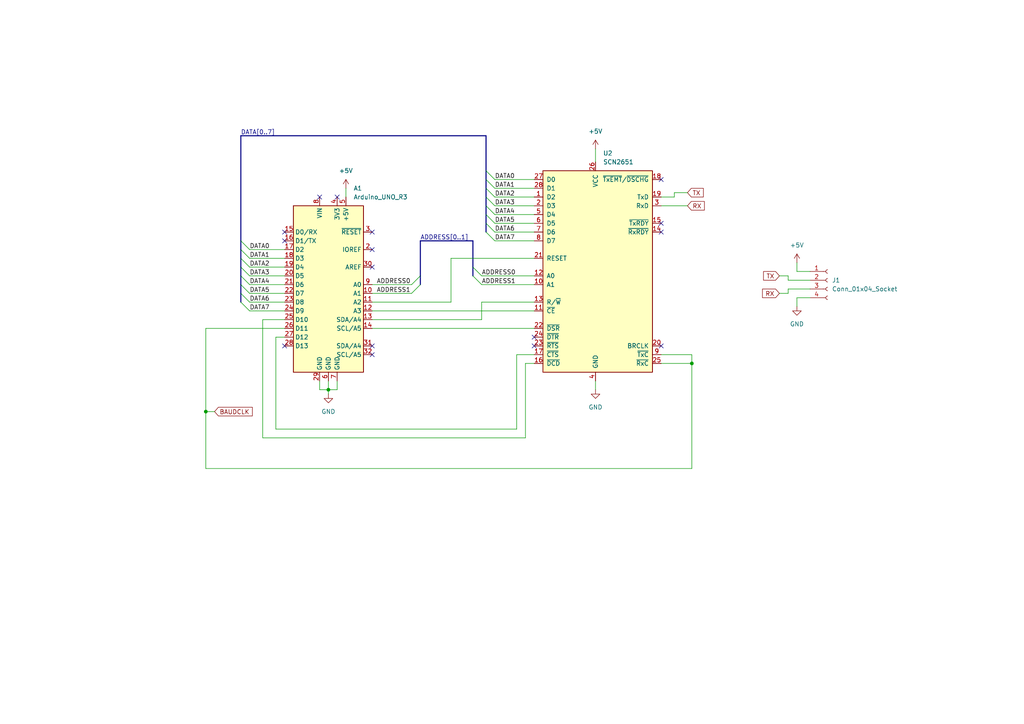
<source format=kicad_sch>
(kicad_sch (version 20230121) (generator eeschema)
  (paper "A4")
  (lib_symbols
    (symbol "Connector:Conn_01x04_Socket" (pin_names (offset 1.016) hide)
      (property "Reference" "J" (at 0 5.08 0))
      (property "Value" "Conn_01x04_Socket" (at 0 -7.62 0))
      (symbol "Conn_01x04_Socket_1_1"
        (arc (start 0 -4.572) (mid -0.5058 -5.08) (end 0 -5.588) (stroke (width 0.1524)))
        (arc (start 0 -2.032) (mid -0.5058 -2.54) (end 0 -3.048) (stroke (width 0.1524)))
        (polyline (pts (xy -1.27 -5.08) (xy -0.508 -5.08)) (stroke (width 0.1524)))
        (polyline (pts (xy -1.27 -2.54) (xy -0.508 -2.54)) (stroke (width 0.1524)))
        (polyline (pts (xy -1.27 0) (xy -0.508 0)) (stroke (width 0.1524)))
        (polyline (pts (xy -1.27 2.54) (xy -0.508 2.54)) (stroke (width 0.1524)))
        (arc (start 0 0.508) (mid -0.5058 0) (end 0 -0.508) (stroke (width 0.1524)))
        (arc (start 0 3.048) (mid -0.5058 2.54) (end 0 2.032) (stroke (width 0.1524)))
        (pin passive line (at -5.08 2.54 0) (length 3.81) (name "Pin_1") (number "1"))
        (pin passive line (at -5.08 0 0) (length 3.81) (name "Pin_2") (number "2"))
        (pin passive line (at -5.08 -2.54 0) (length 3.81) (name "Pin_3") (number "3"))
        (pin passive line (at -5.08 -5.08 0) (length 3.81) (name "Pin_4") (number "4"))
      )
    )
    (symbol "MCU_Module:Arduino_UNO_R3"
      (property "Reference" "A" (at -10.16 23.495 0))
      (property "Value" "Arduino_UNO_R3" (at 5.08 -26.67 0))
      (symbol "Arduino_UNO_R3_0_1"
        (rectangle (start -10.16 22.86) (end 10.16 -25.4) (stroke (width 0.254)) (fill (type background)))
      )
      (symbol "Arduino_UNO_R3_1_1"
        (pin no_connect line (at -10.16 -20.32 0) (length 2.54) hide (name "NC") (number "1"))
        (pin bidirectional line (at 12.7 -2.54 180) (length 2.54) (name "A1") (number "10"))
        (pin bidirectional line (at 12.7 -5.08 180) (length 2.54) (name "A2") (number "11"))
        (pin bidirectional line (at 12.7 -7.62 180) (length 2.54) (name "A3") (number "12"))
        (pin bidirectional line (at 12.7 -10.16 180) (length 2.54) (name "SDA/A4") (number "13"))
        (pin bidirectional line (at 12.7 -12.7 180) (length 2.54) (name "SCL/A5") (number "14"))
        (pin bidirectional line (at -12.7 15.24 0) (length 2.54) (name "D0/RX") (number "15"))
        (pin bidirectional line (at -12.7 12.7 0) (length 2.54) (name "D1/TX") (number "16"))
        (pin bidirectional line (at -12.7 10.16 0) (length 2.54) (name "D2") (number "17"))
        (pin bidirectional line (at -12.7 7.62 0) (length 2.54) (name "D3") (number "18"))
        (pin bidirectional line (at -12.7 5.08 0) (length 2.54) (name "D4") (number "19"))
        (pin output line (at 12.7 10.16 180) (length 2.54) (name "IOREF") (number "2"))
        (pin bidirectional line (at -12.7 2.54 0) (length 2.54) (name "D5") (number "20"))
        (pin bidirectional line (at -12.7 0 0) (length 2.54) (name "D6") (number "21"))
        (pin bidirectional line (at -12.7 -2.54 0) (length 2.54) (name "D7") (number "22"))
        (pin bidirectional line (at -12.7 -5.08 0) (length 2.54) (name "D8") (number "23"))
        (pin bidirectional line (at -12.7 -7.62 0) (length 2.54) (name "D9") (number "24"))
        (pin bidirectional line (at -12.7 -10.16 0) (length 2.54) (name "D10") (number "25"))
        (pin bidirectional line (at -12.7 -12.7 0) (length 2.54) (name "D11") (number "26"))
        (pin bidirectional line (at -12.7 -15.24 0) (length 2.54) (name "D12") (number "27"))
        (pin bidirectional line (at -12.7 -17.78 0) (length 2.54) (name "D13") (number "28"))
        (pin power_in line (at -2.54 -27.94 90) (length 2.54) (name "GND") (number "29"))
        (pin input line (at 12.7 15.24 180) (length 2.54) (name "~{RESET}") (number "3"))
        (pin input line (at 12.7 5.08 180) (length 2.54) (name "AREF") (number "30"))
        (pin bidirectional line (at 12.7 -17.78 180) (length 2.54) (name "SDA/A4") (number "31"))
        (pin bidirectional line (at 12.7 -20.32 180) (length 2.54) (name "SCL/A5") (number "32"))
        (pin power_out line (at 2.54 25.4 270) (length 2.54) (name "3V3") (number "4"))
        (pin power_out line (at 5.08 25.4 270) (length 2.54) (name "+5V") (number "5"))
        (pin power_in line (at 0 -27.94 90) (length 2.54) (name "GND") (number "6"))
        (pin power_in line (at 2.54 -27.94 90) (length 2.54) (name "GND") (number "7"))
        (pin power_in line (at -2.54 25.4 270) (length 2.54) (name "VIN") (number "8"))
        (pin bidirectional line (at 12.7 0 180) (length 2.54) (name "A0") (number "9"))
      )
    )
    (symbol "StockLib:SCN2651" (pin_names (offset 1.016))
      (property "Reference" "U" (at -12.446 29.21 0))
      (property "Value" "SCN2651" (at 12.7 29.21 0))
      (symbol "SCN2651_1_1"
        (rectangle (start -15.24 27.94) (end 16.51 -30.48) (stroke (width 0.254)) (fill (type background)))
        (pin bidirectional line (at -17.78 20.32 0) (length 2.54) (name "D2") (number "1"))
        (pin input line (at -17.78 -5.08 0) (length 2.54) (name "A1") (number "10"))
        (pin input line (at -17.78 -12.7 0) (length 2.54) (name "~{CE}") (number "11"))
        (pin input line (at -17.78 -2.54 0) (length 2.54) (name "A0") (number "12"))
        (pin input line (at -17.78 -10.16 0) (length 2.54) (name "R/~{W}") (number "13"))
        (pin output line (at 19.05 10.16 180) (length 2.54) (name "~{RxRDY}") (number "14"))
        (pin output line (at 19.05 12.7 180) (length 2.54) (name "~{TxRDY}") (number "15"))
        (pin input line (at -17.78 -27.94 0) (length 2.54) (name "~{DCD}") (number "16"))
        (pin input line (at -17.78 -25.4 0) (length 2.54) (name "~{CTS}") (number "17"))
        (pin output line (at 19.05 25.4 180) (length 2.54) (name "~{TxEMT}/~{DSCHG}") (number "18"))
        (pin output line (at 19.05 20.32 180) (length 2.54) (name "TxD") (number "19"))
        (pin bidirectional line (at -17.78 17.78 0) (length 2.54) (name "D3") (number "2"))
        (pin input line (at 19.05 -22.86 180) (length 2.54) (name "BRCLK") (number "20"))
        (pin input line (at -17.78 2.54 0) (length 2.54) (name "RESET") (number "21"))
        (pin input line (at -17.78 -17.78 0) (length 2.54) (name "~{DSR}") (number "22"))
        (pin output line (at -17.78 -22.86 0) (length 2.54) (name "~{RTS}") (number "23"))
        (pin output line (at -17.78 -20.32 0) (length 2.54) (name "~{DTR}") (number "24"))
        (pin input line (at 19.05 -27.94 180) (length 2.54) (name "~{RxC}") (number "25"))
        (pin power_in line (at 0 30.48 270) (length 2.54) (name "VCC") (number "26"))
        (pin bidirectional line (at -17.78 25.4 0) (length 2.54) (name "D0") (number "27"))
        (pin bidirectional line (at -17.78 22.86 0) (length 2.54) (name "D1") (number "28"))
        (pin input line (at 19.05 17.78 180) (length 2.54) (name "RxD") (number "3"))
        (pin power_in line (at 0 -33.02 90) (length 2.54) (name "GND") (number "4"))
        (pin bidirectional line (at -17.78 15.24 0) (length 2.54) (name "D4") (number "5"))
        (pin bidirectional line (at -17.78 12.7 0) (length 2.54) (name "D5") (number "6"))
        (pin bidirectional line (at -17.78 10.16 0) (length 2.54) (name "D6") (number "7"))
        (pin bidirectional line (at -17.78 7.62 0) (length 2.54) (name "D7") (number "8"))
        (pin input line (at 19.05 -25.4 180) (length 2.54) (name "~{TxC}") (number "9"))
      )
    )
    (symbol "power:+5V" (power) (pin_names (offset 0))
      (property "Value" "+5V" (at 0 3.556 0))
      (symbol "+5V_0_1"
        (polyline (pts (xy -0.762 1.27) (xy 0 2.54)))
        (polyline (pts (xy 0 0) (xy 0 2.54)))
        (polyline (pts (xy 0 2.54) (xy 0.762 1.27)))
      )
      (symbol "+5V_1_1"
        (pin power_in line (at 0 0 90) (length 0) hide (name "+5V") (number "1"))
      )
    )
    (symbol "power:GND" (power) (pin_names (offset 0))
      (property "Value" "GND" (at 0 -3.81 0))
      (symbol "GND_0_1"
        (polyline (pts (xy 0 0) (xy 0 -1.27) (xy 1.27 -1.27) (xy 0 -2.54) (xy -1.27 -1.27) (xy 0 -1.27)))
      )
      (symbol "GND_1_1"
        (pin power_in line (at 0 0 270) (length 0) hide (name "GND") (number "1"))
      )
    )
  )
  (junction (at 95.25 113.03))
  (junction (at 200.66 105.41))
  (junction (at 59.69 119.38))
  (no_connect (at 191.77 52.07))
  (no_connect (at 92.71 57.15))
  (no_connect (at 107.95 102.87))
  (no_connect (at 97.79 57.15))
  (no_connect (at 82.55 67.31))
  (no_connect (at 107.95 67.31))
  (no_connect (at 154.94 100.33))
  (no_connect (at 82.55 100.33))
  (no_connect (at 191.77 67.31))
  (no_connect (at 191.77 100.33))
  (no_connect (at 107.95 100.33))
  (no_connect (at 191.77 64.77))
  (no_connect (at 82.55 69.85))
  (no_connect (at 107.95 72.39))
  (no_connect (at 107.95 77.47))
  (no_connect (at 154.94 97.79))
  (bus_entry (at 140.97 52.07) (size 2.54 2.54))
  (bus_entry (at 69.85 72.39) (size 2.54 2.54))
  (bus_entry (at 140.97 57.15) (size 2.54 2.54))
  (bus_entry (at 69.85 74.93) (size 2.54 2.54))
  (bus_entry (at 69.85 82.55) (size 2.54 2.54))
  (bus_entry (at 121.92 80.01) (size -2.54 2.54))
  (bus_entry (at 137.16 80.01) (size 2.54 2.54))
  (bus_entry (at 69.85 85.09) (size 2.54 2.54))
  (bus_entry (at 140.97 54.61) (size 2.54 2.54))
  (bus_entry (at 140.97 49.53) (size 2.54 2.54))
  (bus_entry (at 140.97 67.31) (size 2.54 2.54))
  (bus_entry (at 137.16 77.47) (size 2.54 2.54))
  (bus_entry (at 121.92 82.55) (size -2.54 2.54))
  (bus_entry (at 69.85 69.85) (size 2.54 2.54))
  (bus_entry (at 140.97 62.23) (size 2.54 2.54))
  (bus_entry (at 140.97 59.69) (size 2.54 2.54))
  (bus_entry (at 69.85 80.01) (size 2.54 2.54))
  (bus_entry (at 69.85 87.63) (size 2.54 2.54))
  (bus_entry (at 69.85 77.47) (size 2.54 2.54))
  (bus_entry (at 140.97 64.77) (size 2.54 2.54))
  (wire (pts (xy 82.55 92.71) (xy 76.2 92.71)))
  (wire (pts (xy 72.39 82.55) (xy 82.55 82.55)))
  (wire (pts (xy 82.55 97.79) (xy 80.01 97.79)))
  (wire (pts (xy 149.86 102.87) (xy 154.94 102.87)))
  (wire (pts (xy 107.95 87.63) (xy 130.81 87.63)))
  (wire (pts (xy 191.77 102.87) (xy 200.66 102.87)))
  (wire (pts (xy 107.95 82.55) (xy 119.38 82.55)))
  (wire (pts (xy 100.33 54.61) (xy 100.33 57.15)))
  (wire (pts (xy 195.58 57.15) (xy 191.77 57.15)))
  (wire (pts (xy 80.01 124.46) (xy 149.86 124.46)))
  (bus (pts (xy 69.85 80.01) (xy 69.85 77.47)))
  (wire (pts (xy 228.6 83.82) (xy 234.95 83.82)))
  (wire (pts (xy 59.69 119.38) (xy 62.23 119.38)))
  (wire (pts (xy 143.51 57.15) (xy 154.94 57.15)))
  (wire (pts (xy 234.95 78.74) (xy 231.14 78.74)))
  (wire (pts (xy 195.58 55.88) (xy 195.58 57.15)))
  (wire (pts (xy 95.25 113.03) (xy 95.25 114.3)))
  (wire (pts (xy 130.81 74.93) (xy 154.94 74.93)))
  (bus (pts (xy 69.85 74.93) (xy 69.85 72.39)))
  (wire (pts (xy 228.6 80.01) (xy 226.06 80.01)))
  (wire (pts (xy 95.25 110.49) (xy 95.25 113.03)))
  (wire (pts (xy 92.71 110.49) (xy 92.71 113.03)))
  (bus (pts (xy 69.85 39.37) (xy 140.97 39.37)))
  (wire (pts (xy 172.72 110.49) (xy 172.72 113.03)))
  (wire (pts (xy 82.55 95.25) (xy 59.69 95.25)))
  (wire (pts (xy 143.51 59.69) (xy 154.94 59.69)))
  (wire (pts (xy 72.39 90.17) (xy 82.55 90.17)))
  (bus (pts (xy 140.97 59.69) (xy 140.97 62.23)))
  (wire (pts (xy 143.51 54.61) (xy 154.94 54.61)))
  (bus (pts (xy 121.92 80.01) (xy 121.92 82.55)))
  (wire (pts (xy 72.39 74.93) (xy 82.55 74.93)))
  (wire (pts (xy 59.69 95.25) (xy 59.69 119.38)))
  (bus (pts (xy 140.97 64.77) (xy 140.97 67.31)))
  (wire (pts (xy 139.7 82.55) (xy 154.94 82.55)))
  (wire (pts (xy 80.01 97.79) (xy 80.01 124.46)))
  (bus (pts (xy 69.85 82.55) (xy 69.85 80.01)))
  (wire (pts (xy 143.51 62.23) (xy 154.94 62.23)))
  (wire (pts (xy 72.39 85.09) (xy 82.55 85.09)))
  (bus (pts (xy 140.97 62.23) (xy 140.97 64.77)))
  (wire (pts (xy 76.2 92.71) (xy 76.2 127)))
  (wire (pts (xy 234.95 81.28) (xy 228.6 81.28)))
  (bus (pts (xy 137.16 80.01) (xy 137.16 77.47)))
  (wire (pts (xy 72.39 80.01) (xy 82.55 80.01)))
  (bus (pts (xy 140.97 39.37) (xy 140.97 49.53)))
  (wire (pts (xy 149.86 124.46) (xy 149.86 102.87)))
  (wire (pts (xy 97.79 113.03) (xy 95.25 113.03)))
  (wire (pts (xy 191.77 59.69) (xy 199.39 59.69)))
  (bus (pts (xy 69.85 69.85) (xy 69.85 39.37)))
  (bus (pts (xy 69.85 85.09) (xy 69.85 82.55)))
  (wire (pts (xy 172.72 43.18) (xy 172.72 46.99)))
  (wire (pts (xy 139.7 92.71) (xy 139.7 87.63)))
  (wire (pts (xy 200.66 105.41) (xy 200.66 102.87)))
  (wire (pts (xy 226.06 85.09) (xy 228.6 85.09)))
  (bus (pts (xy 69.85 87.63) (xy 69.85 85.09)))
  (wire (pts (xy 195.58 55.88) (xy 199.39 55.88)))
  (bus (pts (xy 69.85 77.47) (xy 69.85 74.93)))
  (wire (pts (xy 59.69 119.38) (xy 59.69 135.89)))
  (bus (pts (xy 140.97 54.61) (xy 140.97 57.15)))
  (wire (pts (xy 191.77 105.41) (xy 200.66 105.41)))
  (wire (pts (xy 228.6 81.28) (xy 228.6 80.01)))
  (wire (pts (xy 76.2 127) (xy 152.4 127)))
  (wire (pts (xy 107.95 95.25) (xy 154.94 95.25)))
  (wire (pts (xy 139.7 87.63) (xy 154.94 87.63)))
  (bus (pts (xy 140.97 57.15) (xy 140.97 59.69)))
  (wire (pts (xy 143.51 52.07) (xy 154.94 52.07)))
  (wire (pts (xy 97.79 110.49) (xy 97.79 113.03)))
  (wire (pts (xy 92.71 113.03) (xy 95.25 113.03)))
  (wire (pts (xy 72.39 72.39) (xy 82.55 72.39)))
  (wire (pts (xy 107.95 90.17) (xy 154.94 90.17)))
  (bus (pts (xy 137.16 69.85) (xy 121.92 69.85)))
  (wire (pts (xy 231.14 78.74) (xy 231.14 76.2)))
  (wire (pts (xy 107.95 85.09) (xy 119.38 85.09)))
  (wire (pts (xy 143.51 64.77) (xy 154.94 64.77)))
  (bus (pts (xy 140.97 49.53) (xy 140.97 52.07)))
  (wire (pts (xy 200.66 135.89) (xy 200.66 105.41)))
  (wire (pts (xy 107.95 92.71) (xy 139.7 92.71)))
  (wire (pts (xy 59.69 135.89) (xy 200.66 135.89)))
  (wire (pts (xy 143.51 69.85) (xy 154.94 69.85)))
  (bus (pts (xy 137.16 77.47) (xy 137.16 69.85)))
  (wire (pts (xy 152.4 127) (xy 152.4 105.41)))
  (wire (pts (xy 72.39 87.63) (xy 82.55 87.63)))
  (wire (pts (xy 139.7 80.01) (xy 154.94 80.01)))
  (wire (pts (xy 143.51 67.31) (xy 154.94 67.31)))
  (bus (pts (xy 140.97 52.07) (xy 140.97 54.61)))
  (wire (pts (xy 152.4 105.41) (xy 154.94 105.41)))
  (wire (pts (xy 234.95 86.36) (xy 231.14 86.36)))
  (bus (pts (xy 121.92 69.85) (xy 121.92 80.01)))
  (wire (pts (xy 231.14 86.36) (xy 231.14 88.9)))
  (wire (pts (xy 72.39 77.47) (xy 82.55 77.47)))
  (bus (pts (xy 69.85 72.39) (xy 69.85 69.85)))
  (wire (pts (xy 130.81 87.63) (xy 130.81 74.93)))
  (wire (pts (xy 228.6 85.09) (xy 228.6 83.82)))
  (label "DATA3" (at 72.39 80.01 0))
  (label "ADDRESS0" (at 109.22 82.55 0))
  (label "DATA1" (at 143.51 54.61 0))
  (label "DATA0" (at 143.51 52.07 0))
  (label "DATA7" (at 72.39 90.17 0))
  (label "DATA2" (at 72.39 77.47 0))
  (label "DATA5" (at 72.39 85.09 0))
  (label "DATA7" (at 143.51 69.85 0))
  (label "ADDRESS0" (at 139.7 80.01 0))
  (label "ADDRESS[0..1]" (at 121.92 69.85 0))
  (label "DATA2" (at 143.51 57.15 0))
  (label "DATA[0..7]" (at 69.85 39.37 0))
  (label "DATA3" (at 143.51 59.69 0))
  (label "ADDRESS1" (at 109.22 85.09 0))
  (label "DATA4" (at 72.39 82.55 0))
  (label "DATA6" (at 72.39 87.63 0))
  (label "DATA5" (at 143.51 64.77 0))
  (label "DATA0" (at 72.39 72.39 0))
  (label "DATA4" (at 143.51 62.23 0))
  (label "ADDRESS1" (at 139.7 82.55 0))
  (label "DATA6" (at 143.51 67.31 0))
  (label "DATA1" (at 72.39 74.93 0))
  (global_label "TX" (shape input) (at 199.39 55.88 0) (property "Intersheetrefs" "${INTERSHEET_REFS}" (effects hide)))
  (global_label "RX" (shape input) (at 226.06 85.09 180) (property "Intersheetrefs" "${INTERSHEET_REFS}" (effects hide)))
  (global_label "TX" (shape input) (at 226.06 80.01 180) (property "Intersheetrefs" "${INTERSHEET_REFS}" (effects hide)))
  (global_label "BAUDCLK" (shape input) (at 62.23 119.38 0) (property "Intersheetrefs" "${INTERSHEET_REFS}" (effects hide)))
  (global_label "RX" (shape input) (at 199.39 59.69 0) (property "Intersheetrefs" "${INTERSHEET_REFS}" (effects hide)))
  (symbol (lib_id "Connector:Conn_01x04_Socket") (at 240.03 81.28 0) (unit 1)
    (property "Reference" "J1" (at 241.3 81.28 0) (effects (justify left)))
    (property "Value" "Conn_01x04_Socket" (at 241.3 83.82 0) (effects (justify left)))
  )
  (symbol (lib_id "StockLib:SCN2651") (at 172.72 77.47 0) (unit 1)
    (property "Reference" "U2" (at 174.9141 44.45 0) (effects (justify left)))
    (property "Value" "SCN2651" (at 174.9141 46.99 0) (effects (justify left)))
    (property "Footprint" "Package_DIP:DIP-28_W15.24mm" (effects hide))
  )
  (symbol (lib_id "power:GND") (at 172.72 113.03 0) (unit 1)
    (property "Reference" "#PWR010" (effects hide))
    (property "Value" "GND" (at 172.72 118.11 0))
  )
  (symbol (lib_id "power:GND") (at 95.25 114.3 0) (unit 1)
    (property "Reference" "#PWR06" (effects hide))
    (property "Value" "GND" (at 95.25 119.38 0))
  )
  (symbol (lib_id "power:+5V") (at 100.33 54.61 0) (unit 1)
    (property "Reference" "#PWR04" (effects hide))
    (property "Value" "+5V" (at 100.33 49.53 0))
  )
  (symbol (lib_id "MCU_Module:Arduino_UNO_R3") (at 95.25 82.55 0) (unit 1)
    (property "Reference" "A1" (at 102.5241 54.61 0) (effects (justify left)))
    (property "Value" "Arduino_UNO_R3" (at 102.5241 57.15 0) (effects (justify left)))
    (property "Footprint" "Module:Arduino_UNO_R3" (effects hide))
    (property "Datasheet" "https://www.arduino.cc/en/Main/arduinoBoardUno" (effects hide))
  )
  (symbol (lib_id "power:+5V") (at 172.72 43.18 0) (unit 1)
    (property "Reference" "#PWR09" (effects hide))
    (property "Value" "+5V" (at 172.72 38.1 0))
  )
  (symbol (lib_id "power:GND") (at 231.14 88.9 0) (unit 1)
    (property "Reference" "#PWR08" (effects hide))
    (property "Value" "GND" (at 231.14 93.98 0))
  )
  (symbol (lib_id "power:+5V") (at 231.14 76.2 0) (unit 1)
    (property "Reference" "#PWR07" (effects hide))
    (property "Value" "+5V" (at 231.14 71.12 0))
  )
)
</source>
